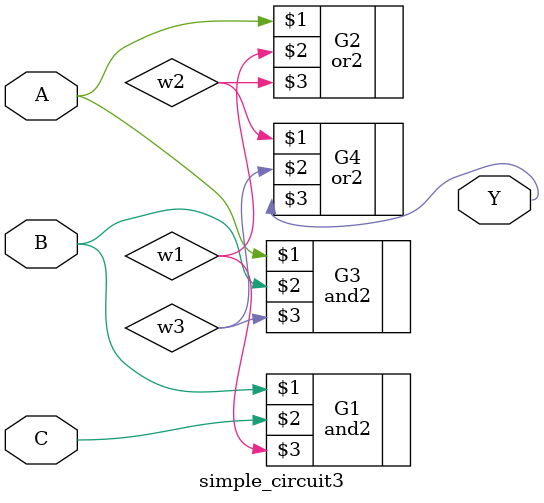
<source format=v>
module simple_circuit3(A, B, C, Y);
input A, B, C;
output Y;
wire w1;
and2 G1(B, C, w1);
or2 G2(A, w1, w2);
and2 G3(A, B, w3);
or2 G4(w2, w3, Y);
endmodule
</source>
